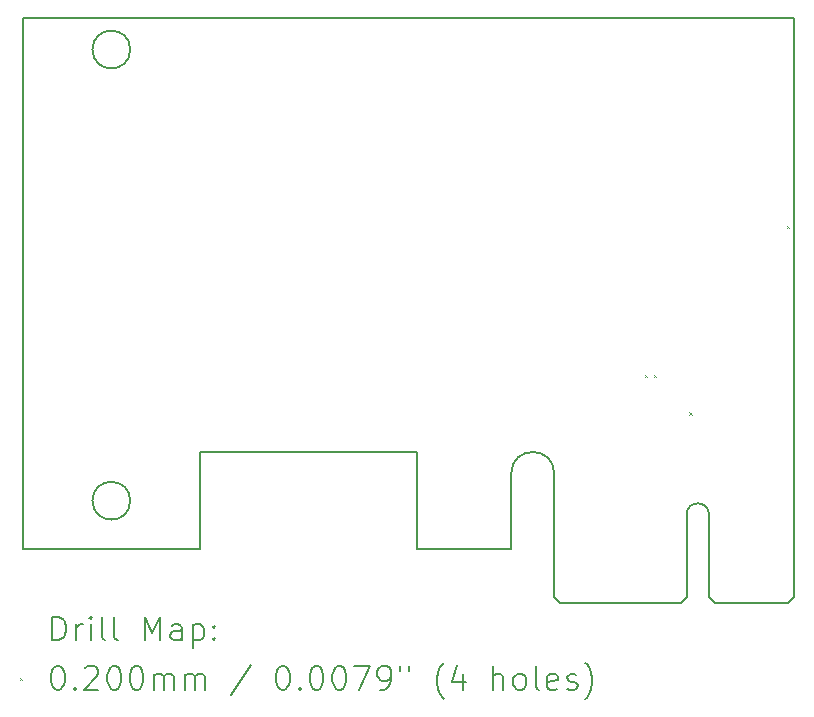
<source format=gbr>
%TF.GenerationSoftware,KiCad,Pcbnew,6.0.9+dfsg-1*%
%TF.CreationDate,2023-01-25T21:24:43+01:00*%
%TF.ProjectId,siproslic,73697072-6f73-46c6-9963-2e6b69636164,rev?*%
%TF.SameCoordinates,Original*%
%TF.FileFunction,Drillmap*%
%TF.FilePolarity,Positive*%
%FSLAX45Y45*%
G04 Gerber Fmt 4.5, Leading zero omitted, Abs format (unit mm)*
G04 Created by KiCad (PCBNEW 6.0.9+dfsg-1) date 2023-01-25 21:24:43*
%MOMM*%
%LPD*%
G01*
G04 APERTURE LIST*
%ADD10C,0.150000*%
%ADD11C,0.200000*%
%ADD12C,0.020000*%
G04 APERTURE END LIST*
D10*
X10997500Y-19412500D02*
X12017500Y-19412500D01*
X10947500Y-19362500D02*
X10997500Y-19412500D01*
X9782500Y-18137500D02*
X9782500Y-18962500D01*
X7357500Y-18550000D02*
G75*
G03*
X7357500Y-18550000I-160000J0D01*
G01*
X12977500Y-14462500D02*
X6447500Y-14462500D01*
X12257500Y-18667500D02*
X12257500Y-19362500D01*
X10947500Y-18320000D02*
X10947500Y-19362500D01*
X12257500Y-19362500D02*
X12307500Y-19412500D01*
X7947500Y-18962500D02*
X7947500Y-18137500D01*
X7357500Y-14730000D02*
G75*
G03*
X7357500Y-14730000I-160000J0D01*
G01*
X6447500Y-14462500D02*
X6447500Y-18962500D01*
X9782500Y-18962500D02*
X10582500Y-18962500D01*
X10947500Y-18320000D02*
G75*
G03*
X10582500Y-18320000I-182500J0D01*
G01*
X12257500Y-18667500D02*
G75*
G03*
X12067500Y-18667500I-95000J0D01*
G01*
X6447500Y-18962500D02*
X7947500Y-18962500D01*
X12927500Y-19412500D02*
X12307500Y-19412500D01*
X12017500Y-19412500D02*
X12067500Y-19362500D01*
X12977500Y-19362500D02*
X12927500Y-19412500D01*
X10582500Y-18962500D02*
X10582500Y-18320000D01*
X12977500Y-14462500D02*
X12977500Y-19362500D01*
X7947500Y-18137500D02*
X9782500Y-18137500D01*
X12067500Y-19362500D02*
X12067500Y-18667500D01*
D11*
D12*
X11712500Y-17482500D02*
X11732500Y-17502500D01*
X11732500Y-17482500D02*
X11712500Y-17502500D01*
X11792250Y-17482500D02*
X11812250Y-17502500D01*
X11812250Y-17482500D02*
X11792250Y-17502500D01*
X12092500Y-17802500D02*
X12112500Y-17822500D01*
X12112500Y-17802500D02*
X12092500Y-17822500D01*
X12917500Y-16222500D02*
X12937500Y-16242500D01*
X12937500Y-16222500D02*
X12917500Y-16242500D01*
D11*
X6697619Y-19730476D02*
X6697619Y-19530476D01*
X6745238Y-19530476D01*
X6773809Y-19540000D01*
X6792857Y-19559048D01*
X6802381Y-19578095D01*
X6811905Y-19616190D01*
X6811905Y-19644762D01*
X6802381Y-19682857D01*
X6792857Y-19701905D01*
X6773809Y-19720952D01*
X6745238Y-19730476D01*
X6697619Y-19730476D01*
X6897619Y-19730476D02*
X6897619Y-19597143D01*
X6897619Y-19635238D02*
X6907143Y-19616190D01*
X6916667Y-19606667D01*
X6935714Y-19597143D01*
X6954762Y-19597143D01*
X7021428Y-19730476D02*
X7021428Y-19597143D01*
X7021428Y-19530476D02*
X7011905Y-19540000D01*
X7021428Y-19549524D01*
X7030952Y-19540000D01*
X7021428Y-19530476D01*
X7021428Y-19549524D01*
X7145238Y-19730476D02*
X7126190Y-19720952D01*
X7116667Y-19701905D01*
X7116667Y-19530476D01*
X7250000Y-19730476D02*
X7230952Y-19720952D01*
X7221428Y-19701905D01*
X7221428Y-19530476D01*
X7478571Y-19730476D02*
X7478571Y-19530476D01*
X7545238Y-19673333D01*
X7611905Y-19530476D01*
X7611905Y-19730476D01*
X7792857Y-19730476D02*
X7792857Y-19625714D01*
X7783333Y-19606667D01*
X7764286Y-19597143D01*
X7726190Y-19597143D01*
X7707143Y-19606667D01*
X7792857Y-19720952D02*
X7773809Y-19730476D01*
X7726190Y-19730476D01*
X7707143Y-19720952D01*
X7697619Y-19701905D01*
X7697619Y-19682857D01*
X7707143Y-19663810D01*
X7726190Y-19654286D01*
X7773809Y-19654286D01*
X7792857Y-19644762D01*
X7888095Y-19597143D02*
X7888095Y-19797143D01*
X7888095Y-19606667D02*
X7907143Y-19597143D01*
X7945238Y-19597143D01*
X7964286Y-19606667D01*
X7973809Y-19616190D01*
X7983333Y-19635238D01*
X7983333Y-19692381D01*
X7973809Y-19711429D01*
X7964286Y-19720952D01*
X7945238Y-19730476D01*
X7907143Y-19730476D01*
X7888095Y-19720952D01*
X8069048Y-19711429D02*
X8078571Y-19720952D01*
X8069048Y-19730476D01*
X8059524Y-19720952D01*
X8069048Y-19711429D01*
X8069048Y-19730476D01*
X8069048Y-19606667D02*
X8078571Y-19616190D01*
X8069048Y-19625714D01*
X8059524Y-19616190D01*
X8069048Y-19606667D01*
X8069048Y-19625714D01*
D12*
X6420000Y-20050000D02*
X6440000Y-20070000D01*
X6440000Y-20050000D02*
X6420000Y-20070000D01*
D11*
X6735714Y-19950476D02*
X6754762Y-19950476D01*
X6773809Y-19960000D01*
X6783333Y-19969524D01*
X6792857Y-19988571D01*
X6802381Y-20026667D01*
X6802381Y-20074286D01*
X6792857Y-20112381D01*
X6783333Y-20131429D01*
X6773809Y-20140952D01*
X6754762Y-20150476D01*
X6735714Y-20150476D01*
X6716667Y-20140952D01*
X6707143Y-20131429D01*
X6697619Y-20112381D01*
X6688095Y-20074286D01*
X6688095Y-20026667D01*
X6697619Y-19988571D01*
X6707143Y-19969524D01*
X6716667Y-19960000D01*
X6735714Y-19950476D01*
X6888095Y-20131429D02*
X6897619Y-20140952D01*
X6888095Y-20150476D01*
X6878571Y-20140952D01*
X6888095Y-20131429D01*
X6888095Y-20150476D01*
X6973809Y-19969524D02*
X6983333Y-19960000D01*
X7002381Y-19950476D01*
X7050000Y-19950476D01*
X7069048Y-19960000D01*
X7078571Y-19969524D01*
X7088095Y-19988571D01*
X7088095Y-20007619D01*
X7078571Y-20036190D01*
X6964286Y-20150476D01*
X7088095Y-20150476D01*
X7211905Y-19950476D02*
X7230952Y-19950476D01*
X7250000Y-19960000D01*
X7259524Y-19969524D01*
X7269048Y-19988571D01*
X7278571Y-20026667D01*
X7278571Y-20074286D01*
X7269048Y-20112381D01*
X7259524Y-20131429D01*
X7250000Y-20140952D01*
X7230952Y-20150476D01*
X7211905Y-20150476D01*
X7192857Y-20140952D01*
X7183333Y-20131429D01*
X7173809Y-20112381D01*
X7164286Y-20074286D01*
X7164286Y-20026667D01*
X7173809Y-19988571D01*
X7183333Y-19969524D01*
X7192857Y-19960000D01*
X7211905Y-19950476D01*
X7402381Y-19950476D02*
X7421428Y-19950476D01*
X7440476Y-19960000D01*
X7450000Y-19969524D01*
X7459524Y-19988571D01*
X7469048Y-20026667D01*
X7469048Y-20074286D01*
X7459524Y-20112381D01*
X7450000Y-20131429D01*
X7440476Y-20140952D01*
X7421428Y-20150476D01*
X7402381Y-20150476D01*
X7383333Y-20140952D01*
X7373809Y-20131429D01*
X7364286Y-20112381D01*
X7354762Y-20074286D01*
X7354762Y-20026667D01*
X7364286Y-19988571D01*
X7373809Y-19969524D01*
X7383333Y-19960000D01*
X7402381Y-19950476D01*
X7554762Y-20150476D02*
X7554762Y-20017143D01*
X7554762Y-20036190D02*
X7564286Y-20026667D01*
X7583333Y-20017143D01*
X7611905Y-20017143D01*
X7630952Y-20026667D01*
X7640476Y-20045714D01*
X7640476Y-20150476D01*
X7640476Y-20045714D02*
X7650000Y-20026667D01*
X7669048Y-20017143D01*
X7697619Y-20017143D01*
X7716667Y-20026667D01*
X7726190Y-20045714D01*
X7726190Y-20150476D01*
X7821428Y-20150476D02*
X7821428Y-20017143D01*
X7821428Y-20036190D02*
X7830952Y-20026667D01*
X7850000Y-20017143D01*
X7878571Y-20017143D01*
X7897619Y-20026667D01*
X7907143Y-20045714D01*
X7907143Y-20150476D01*
X7907143Y-20045714D02*
X7916667Y-20026667D01*
X7935714Y-20017143D01*
X7964286Y-20017143D01*
X7983333Y-20026667D01*
X7992857Y-20045714D01*
X7992857Y-20150476D01*
X8383333Y-19940952D02*
X8211905Y-20198095D01*
X8640476Y-19950476D02*
X8659524Y-19950476D01*
X8678571Y-19960000D01*
X8688095Y-19969524D01*
X8697619Y-19988571D01*
X8707143Y-20026667D01*
X8707143Y-20074286D01*
X8697619Y-20112381D01*
X8688095Y-20131429D01*
X8678571Y-20140952D01*
X8659524Y-20150476D01*
X8640476Y-20150476D01*
X8621429Y-20140952D01*
X8611905Y-20131429D01*
X8602381Y-20112381D01*
X8592857Y-20074286D01*
X8592857Y-20026667D01*
X8602381Y-19988571D01*
X8611905Y-19969524D01*
X8621429Y-19960000D01*
X8640476Y-19950476D01*
X8792857Y-20131429D02*
X8802381Y-20140952D01*
X8792857Y-20150476D01*
X8783333Y-20140952D01*
X8792857Y-20131429D01*
X8792857Y-20150476D01*
X8926190Y-19950476D02*
X8945238Y-19950476D01*
X8964286Y-19960000D01*
X8973810Y-19969524D01*
X8983333Y-19988571D01*
X8992857Y-20026667D01*
X8992857Y-20074286D01*
X8983333Y-20112381D01*
X8973810Y-20131429D01*
X8964286Y-20140952D01*
X8945238Y-20150476D01*
X8926190Y-20150476D01*
X8907143Y-20140952D01*
X8897619Y-20131429D01*
X8888095Y-20112381D01*
X8878571Y-20074286D01*
X8878571Y-20026667D01*
X8888095Y-19988571D01*
X8897619Y-19969524D01*
X8907143Y-19960000D01*
X8926190Y-19950476D01*
X9116667Y-19950476D02*
X9135714Y-19950476D01*
X9154762Y-19960000D01*
X9164286Y-19969524D01*
X9173810Y-19988571D01*
X9183333Y-20026667D01*
X9183333Y-20074286D01*
X9173810Y-20112381D01*
X9164286Y-20131429D01*
X9154762Y-20140952D01*
X9135714Y-20150476D01*
X9116667Y-20150476D01*
X9097619Y-20140952D01*
X9088095Y-20131429D01*
X9078571Y-20112381D01*
X9069048Y-20074286D01*
X9069048Y-20026667D01*
X9078571Y-19988571D01*
X9088095Y-19969524D01*
X9097619Y-19960000D01*
X9116667Y-19950476D01*
X9250000Y-19950476D02*
X9383333Y-19950476D01*
X9297619Y-20150476D01*
X9469048Y-20150476D02*
X9507143Y-20150476D01*
X9526190Y-20140952D01*
X9535714Y-20131429D01*
X9554762Y-20102857D01*
X9564286Y-20064762D01*
X9564286Y-19988571D01*
X9554762Y-19969524D01*
X9545238Y-19960000D01*
X9526190Y-19950476D01*
X9488095Y-19950476D01*
X9469048Y-19960000D01*
X9459524Y-19969524D01*
X9450000Y-19988571D01*
X9450000Y-20036190D01*
X9459524Y-20055238D01*
X9469048Y-20064762D01*
X9488095Y-20074286D01*
X9526190Y-20074286D01*
X9545238Y-20064762D01*
X9554762Y-20055238D01*
X9564286Y-20036190D01*
X9640476Y-19950476D02*
X9640476Y-19988571D01*
X9716667Y-19950476D02*
X9716667Y-19988571D01*
X10011905Y-20226667D02*
X10002381Y-20217143D01*
X9983333Y-20188571D01*
X9973810Y-20169524D01*
X9964286Y-20140952D01*
X9954762Y-20093333D01*
X9954762Y-20055238D01*
X9964286Y-20007619D01*
X9973810Y-19979048D01*
X9983333Y-19960000D01*
X10002381Y-19931429D01*
X10011905Y-19921905D01*
X10173810Y-20017143D02*
X10173810Y-20150476D01*
X10126190Y-19940952D02*
X10078571Y-20083810D01*
X10202381Y-20083810D01*
X10430952Y-20150476D02*
X10430952Y-19950476D01*
X10516667Y-20150476D02*
X10516667Y-20045714D01*
X10507143Y-20026667D01*
X10488095Y-20017143D01*
X10459524Y-20017143D01*
X10440476Y-20026667D01*
X10430952Y-20036190D01*
X10640476Y-20150476D02*
X10621429Y-20140952D01*
X10611905Y-20131429D01*
X10602381Y-20112381D01*
X10602381Y-20055238D01*
X10611905Y-20036190D01*
X10621429Y-20026667D01*
X10640476Y-20017143D01*
X10669048Y-20017143D01*
X10688095Y-20026667D01*
X10697619Y-20036190D01*
X10707143Y-20055238D01*
X10707143Y-20112381D01*
X10697619Y-20131429D01*
X10688095Y-20140952D01*
X10669048Y-20150476D01*
X10640476Y-20150476D01*
X10821429Y-20150476D02*
X10802381Y-20140952D01*
X10792857Y-20121905D01*
X10792857Y-19950476D01*
X10973810Y-20140952D02*
X10954762Y-20150476D01*
X10916667Y-20150476D01*
X10897619Y-20140952D01*
X10888095Y-20121905D01*
X10888095Y-20045714D01*
X10897619Y-20026667D01*
X10916667Y-20017143D01*
X10954762Y-20017143D01*
X10973810Y-20026667D01*
X10983333Y-20045714D01*
X10983333Y-20064762D01*
X10888095Y-20083810D01*
X11059524Y-20140952D02*
X11078571Y-20150476D01*
X11116667Y-20150476D01*
X11135714Y-20140952D01*
X11145238Y-20121905D01*
X11145238Y-20112381D01*
X11135714Y-20093333D01*
X11116667Y-20083810D01*
X11088095Y-20083810D01*
X11069048Y-20074286D01*
X11059524Y-20055238D01*
X11059524Y-20045714D01*
X11069048Y-20026667D01*
X11088095Y-20017143D01*
X11116667Y-20017143D01*
X11135714Y-20026667D01*
X11211905Y-20226667D02*
X11221428Y-20217143D01*
X11240476Y-20188571D01*
X11250000Y-20169524D01*
X11259524Y-20140952D01*
X11269048Y-20093333D01*
X11269048Y-20055238D01*
X11259524Y-20007619D01*
X11250000Y-19979048D01*
X11240476Y-19960000D01*
X11221428Y-19931429D01*
X11211905Y-19921905D01*
M02*

</source>
